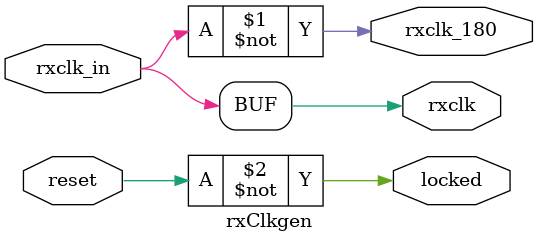
<source format=v>

`timescale 100ps / 10ps
//////////////////////////////////////////////////////////////////////
////                                                              ////
//// MODULE NAME: definition of parameters                        ////
////                                                              ////
//// DESCRIPTION:                                                 ////
////                                                              ////
////                                                              ////
//// This file is part of the 10 Gigabit Ethernet IP core project ////
////  http://www.opencores.org/projects/ethmac10g/                ////
////                                                              ////
//// AUTHOR(S):                                                   ////
//// Zheng Cao                                                    ////
////                                                              ////
//////////////////////////////////////////////////////////////////////
////                                                              ////
//// Copyright (c) 2005 AUTHORS.  All rights reserved.            ////
////                                                              ////
//// This source file may be used and distributed without         ////
//// restriction provided that this copyright statement is not    ////
//// removed from the file and that any derivative work contains  ////
//// the original copyright notice and the associated disclaimer. ////
////                                                              ////
//// This source file is free software; you can redistribute it   ////
//// and/or modify it under the terms of the GNU Lesser General   ////
//// Public License as published by the Free Software Foundation; ////
//// either version 2.1 of the License, or (at your option) any   ////
//// later version.                                               ////
////                                                              ////
//// This source is distributed in the hope that it will be       ////
//// useful, but WITHOUT ANY WARRANTY; without even the implied   ////
//// warranty of MERCHANTABILITY or FITNESS FOR A PARTICULAR      ////
//// PURPOSE.  See the GNU Lesser General Public License for more ////
//// details.                                                     ////
////                                                              ////
//// You should have received a copy of the GNU Lesser General    ////
//// Public License along with this source; if not, download it   ////
//// from http://www.opencores.org/lgpl.shtml                     ////
////                                                              ////
//////////////////////////////////////////////////////////////////////
//
// CVS REVISION HISTORY:
//
// $Log: not supported by cvs2svn $
// Revision 1.2  2006/06/16 06:36:28  fisher5090
// no message
//
// Revision 1.1.1.1  2006/05/31 05:59:44  Zheng Cao
// first version
//
// Revision 1.1  2005/12/25 16:43:10  Zheng Cao
// 
// 
//
//////////////////////////////////////////////////////////////////////





///////////////////////////////////////////////
// Length parameters
///////////////////////////////////////////////






///////////////////////////////////////////////
// Frame field parameters
///////////////////////////////////////////////












////////////////////////////////////////////////
// Frame bytes counter parameter
//////////////////////////////////////////////// 


module rxClkgen(rxclk_in, reset, rxclk, rxclk_180, locked);
    input rxclk_in;
    input reset;
    output rxclk;
    output rxclk_180;
    output locked;
    // 2x clock should be provided with dcm
    wire rxclk;
    wire rxclk_180;
  //  wire rxclk_2x;
    /*dcm0 rx_dcm(.CLKIN_IN(rxclk_in), 
                .RST_IN(reset), 
                .CLKIN_IBUFG_OUT(), 
                .CLK0_OUT(rxclk), 
                .CLK180_OUT(rxclk_180),	
                .LOCKED_OUT(locked)
               );*/
    assign rxclk = rxclk_in;
    assign rxclk_180 = ~rxclk;
    assign locked = ~reset;

endmodule

</source>
